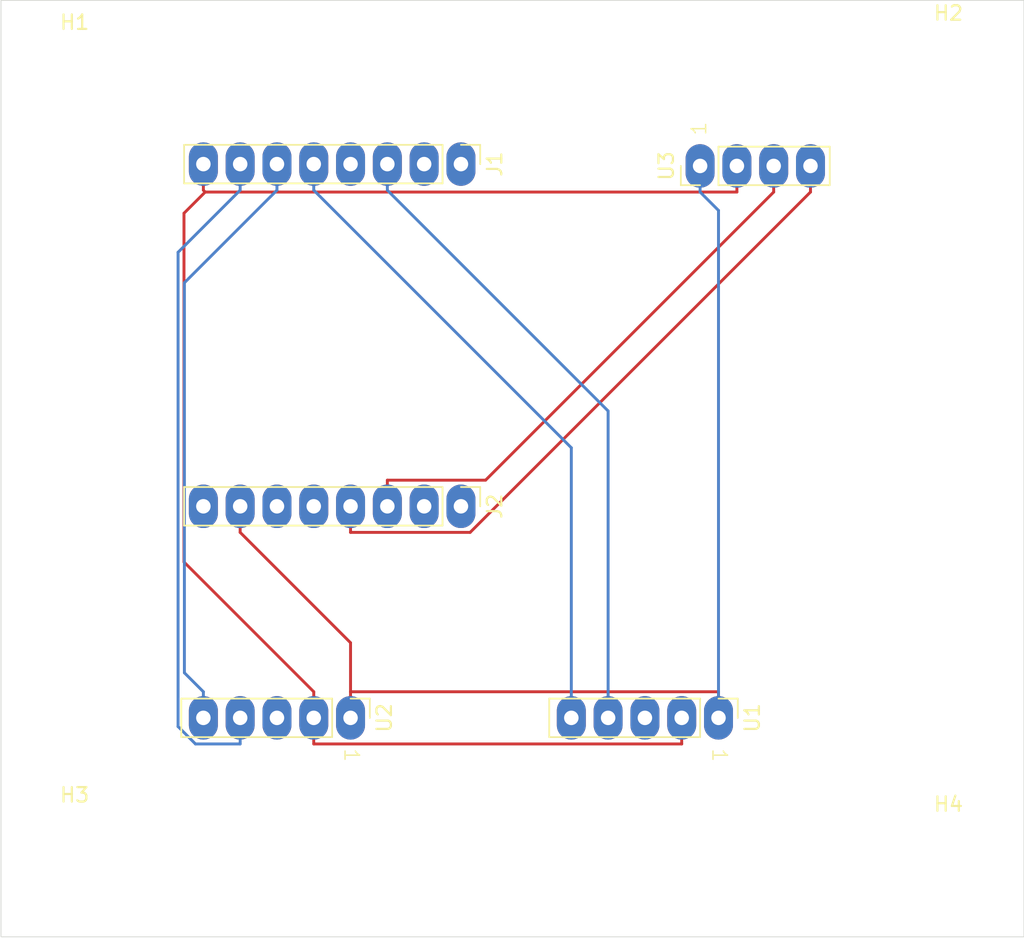
<source format=kicad_pcb>
(kicad_pcb (version 20221018) (generator pcbnew)
  (layers (0 "F.Cu" signal) (31 "B.Cu" signal) (34 "B.Paste" user) (35 "F.Paste" user) (36 "B.SilkS" user "B.Silkscreen") (37 "F.SilkS" user "F.Silkscreen") (38 "B.Mask" user) (39 "F.Mask" user) (44 "Edge.Cuts" user))
  (net 0 "")
  (net 1 "EN")
  (net 2 "IO36")
  (net 3 "IO26")
  (net 4 "IO18")
  (net 5 "IO19")
  (net 6 "IO23")
  (net 7 "IO05")
  (net 8 "+3.3V")
  (net 9 "TXD")
  (net 10 "RXD")
  (net 11 "IO22")
  (net 12 "IO21")
  (net 13 "IO17")
  (net 14 "IO16")
  (net 15 "GND")
  (net 16 "+5V")
  (footprint "MountingHole:MountingHole_3.2mm_M3" (layer "F.Cu") (at 65.405 59.69)
    (fp_text reference "H4" (at 0 -4.2) (layer "F.SilkS"))
    (fp_text value "MountingHole")
    (pad "" np_thru_hole circle (at 0 0) (size 3.2 3.2) (drill 3.2) (layers "*.Cu" "*.Mask"))
  )
  (footprint "MountingHole:MountingHole_3.2mm_M3" (layer "F.Cu") (at 65.405 5.08)
    (fp_text reference "H2" (at 0 -4.2) (layer "F.SilkS"))
    (fp_text value "MountingHole")
    (pad "" np_thru_hole circle (at 0 0) (size 3.2 3.2) (drill 3.2) (layers "*.Cu" "*.Mask"))
  )
  (footprint "AAA_myfootprints:PinHeader_1x04_P2.54mm_Vertical_longpads" (layer "F.Cu") (at 48.26 11.43 90)
    (fp_text reference "U3" (at 0 -2.33 90) (layer "F.SilkS"))
    (fp_text value "~")
    (fp_text user "1" (at 2.032 0.508 90 unlocked) (layer "F.SilkS") (effects (font (thickness 0.1)) (justify left bottom)))
    (fp_line (start -1.33 -1.33) (end 0 -1.33) (stroke (width 0.12)) (layer "F.SilkS"))
    (fp_line (start -1.33 0) (end -1.33 -1.33) (stroke (width 0.12)) (layer "F.SilkS"))
    (fp_line (start -1.33 1.27) (end -1.33 8.95) (stroke (width 0.12)) (layer "F.SilkS"))
    (fp_line (start -1.33 1.27) (end 1.33 1.27) (stroke (width 0.12)) (layer "F.SilkS"))
    (fp_line (start -1.33 8.95) (end 1.33 8.95) (stroke (width 0.12)) (layer "F.SilkS"))
    (fp_line (start 1.33 1.27) (end 1.33 8.95) (stroke (width 0.12)) (layer "F.SilkS"))
    (pad "1" thru_hole oval (at 0 0 90) (size 3 2) (drill 1) (layers "*.Cu" "*.Mask") (net 15 "GND"))
    (pad "2" thru_hole oval (at 0 2.54 90) (size 3 2) (drill 1) (layers "*.Cu" "*.Mask") (net 8 "+3.3V"))
    (pad "3" thru_hole oval (at 0 5.08 90) (size 3 2) (drill 1) (layers "*.Cu" "*.Mask") (net 11 "IO22"))
    (pad "4" thru_hole oval (at 0 7.62 90) (size 3 2) (drill 1) (layers "*.Cu" "*.Mask") (net 12 "IO21"))
  )
  (footprint "MountingHole:MountingHole_3.2mm_M3" (layer "F.Cu") (at 5.08 5.715)
    (fp_text reference "H1" (at 0 -4.2) (layer "F.SilkS"))
    (fp_text value "MountingHole")
    (pad "" np_thru_hole circle (at 0 0) (size 3.2 3.2) (drill 3.2) (layers "*.Cu" "*.Mask"))
  )
  (footprint "AAA_myfootprints:PinHeader_1x08_P2.54mm_Vertical_largepads" (layer "F.Cu") (at 31.75 11.303 -90)
    (fp_text reference "J1" (at 0 -2.33 90) (layer "F.SilkS"))
    (fp_text value "Conn_01x08")
    (fp_line (start -1.33 -1.33) (end 0 -1.33) (stroke (width 0.12)) (layer "F.SilkS"))
    (fp_line (start -1.33 0) (end -1.33 -1.33) (stroke (width 0.12)) (layer "F.SilkS"))
    (fp_line (start -1.33 1.27) (end -1.33 19.11) (stroke (width 0.12)) (layer "F.SilkS"))
    (fp_line (start -1.33 1.27) (end 1.33 1.27) (stroke (width 0.12)) (layer "F.SilkS"))
    (fp_line (start -1.33 19.11) (end 1.33 19.11) (stroke (width 0.12)) (layer "F.SilkS"))
    (fp_line (start 1.33 1.27) (end 1.33 19.11) (stroke (width 0.12)) (layer "F.SilkS"))
    (pad "1" thru_hole oval (at 0 0 270) (size 3 2) (drill 1) (layers "*.Cu" "*.Mask") (net 1 "EN"))
    (pad "2" thru_hole oval (at 0 2.54 270) (size 3 2) (drill 1) (layers "*.Cu" "*.Mask") (net 2 "IO36"))
    (pad "3" thru_hole oval (at 0 5.08 270) (size 3 2) (drill 1) (layers "*.Cu" "*.Mask") (net 3 "IO26"))
    (pad "4" thru_hole oval (at 0 7.62 270) (size 3 2) (drill 1) (layers "*.Cu" "*.Mask") (net 4 "IO18"))
    (pad "5" thru_hole oval (at 0 10.16 270) (size 3 2) (drill 1) (layers "*.Cu" "*.Mask") (net 5 "IO19"))
    (pad "6" thru_hole oval (at 0 12.7 270) (size 3 2) (drill 1) (layers "*.Cu" "*.Mask") (net 6 "IO23"))
    (pad "7" thru_hole oval (at 0 15.24 270) (size 3 2) (drill 1) (layers "*.Cu" "*.Mask") (net 7 "IO05"))
    (pad "8" thru_hole oval (at 0 17.78 270) (size 3 2) (drill 1) (layers "*.Cu" "*.Mask") (net 8 "+3.3V"))
  )
  (footprint "AAA_myfootprints:PinHeader_1x05_P2.54mm_Vertical_largepads" (layer "F.Cu") (at 24.13 49.53 -90)
    (fp_text reference "U2" (at 0 -2.33 90) (layer "F.SilkS"))
    (fp_text value "~")
    (fp_text user "1" (at 2.032 0.508 -90 unlocked) (layer "F.SilkS") (effects (font (thickness 0.1)) (justify left bottom)))
    (fp_line (start -1.33 -1.33) (end 0 -1.33) (stroke (width 0.12)) (layer "F.SilkS"))
    (fp_line (start -1.33 0) (end -1.33 -1.33) (stroke (width 0.12)) (layer "F.SilkS"))
    (fp_line (start -1.33 1.27) (end -1.33 11.684) (stroke (width 0.12)) (layer "F.SilkS"))
    (fp_line (start -1.33 1.27) (end 1.33 1.27) (stroke (width 0.12)) (layer "F.SilkS"))
    (fp_line (start -1.33 11.684) (end 1.33 11.684) (stroke (width 0.12)) (layer "F.SilkS"))
    (fp_line (start 1.33 1.27) (end 1.33 11.684) (stroke (width 0.12)) (layer "F.SilkS"))
    (pad "1" thru_hole oval (at 0 0 270) (size 3 2) (drill 1) (layers "*.Cu" "*.Mask") (net 15 "GND"))
    (pad "2" thru_hole oval (at 0 2.54 270) (size 3 2) (drill 1) (layers "*.Cu" "*.Mask") (net 8 "+3.3V"))
    (pad "3" thru_hole oval (at 0 5.08 270) (size 3 2) (drill 1) (layers "*.Cu" "*.Mask"))
    (pad "4" thru_hole oval (at 0 7.62 270) (size 3 2) (drill 1) (layers "*.Cu" "*.Mask") (net 7 "IO05"))
    (pad "5" thru_hole oval (at 0 10.16 270) (size 3 2) (drill 1) (layers "*.Cu" "*.Mask") (net 6 "IO23"))
  )
  (footprint "AAA_myfootprints:PinHeader_1x08_P2.54mm_Vertical_largepads" (layer "F.Cu") (at 31.75 34.925 -90)
    (fp_text reference "J2" (at 0 -2.33 90) (layer "F.SilkS"))
    (fp_text value "Conn_01x08")
    (fp_line (start -1.33 -1.33) (end 0 -1.33) (stroke (width 0.12)) (layer "F.SilkS"))
    (fp_line (start -1.33 0) (end -1.33 -1.33) (stroke (width 0.12)) (layer "F.SilkS"))
    (fp_line (start -1.33 1.27) (end -1.33 19.11) (stroke (width 0.12)) (layer "F.SilkS"))
    (fp_line (start -1.33 1.27) (end 1.33 1.27) (stroke (width 0.12)) (layer "F.SilkS"))
    (fp_line (start -1.33 19.11) (end 1.33 19.11) (stroke (width 0.12)) (layer "F.SilkS"))
    (fp_line (start 1.33 1.27) (end 1.33 19.11) (stroke (width 0.12)) (layer "F.SilkS"))
    (pad "1" thru_hole oval (at 0 0 270) (size 3 2) (drill 1) (layers "*.Cu" "*.Mask") (net 9 "TXD"))
    (pad "2" thru_hole oval (at 0 2.54 270) (size 3 2) (drill 1) (layers "*.Cu" "*.Mask") (net 10 "RXD"))
    (pad "3" thru_hole oval (at 0 5.08 270) (size 3 2) (drill 1) (layers "*.Cu" "*.Mask") (net 11 "IO22"))
    (pad "4" thru_hole oval (at 0 7.62 270) (size 3 2) (drill 1) (layers "*.Cu" "*.Mask") (net 12 "IO21"))
    (pad "5" thru_hole oval (at 0 10.16 270) (size 3 2) (drill 1) (layers "*.Cu" "*.Mask") (net 13 "IO17"))
    (pad "6" thru_hole oval (at 0 12.7 270) (size 3 2) (drill 1) (layers "*.Cu" "*.Mask") (net 14 "IO16"))
    (pad "7" thru_hole oval (at 0 15.24 270) (size 3 2) (drill 1) (layers "*.Cu" "*.Mask") (net 15 "GND"))
    (pad "8" thru_hole oval (at 0 17.78 270) (size 3 2) (drill 1) (layers "*.Cu" "*.Mask") (net 16 "+5V"))
  )
  (footprint "AAA_myfootprints:PinHeader_1x05_P2.54mm_Vertical_largepads" (layer "F.Cu") (at 49.53 49.53 -90)
    (fp_text reference "U1" (at 0 -2.33 90) (layer "F.SilkS"))
    (fp_text value "~")
    (fp_text user "1" (at 2.032 0.508 -90 unlocked) (layer "F.SilkS") (effects (font (thickness 0.1)) (justify left bottom)))
    (fp_line (start -1.33 -1.33) (end 0 -1.33) (stroke (width 0.12)) (layer "F.SilkS"))
    (fp_line (start -1.33 0) (end -1.33 -1.33) (stroke (width 0.12)) (layer "F.SilkS"))
    (fp_line (start -1.33 1.27) (end -1.33 11.684) (stroke (width 0.12)) (layer "F.SilkS"))
    (fp_line (start -1.33 1.27) (end 1.33 1.27) (stroke (width 0.12)) (layer "F.SilkS"))
    (fp_line (start -1.33 11.684) (end 1.33 11.684) (stroke (width 0.12)) (layer "F.SilkS"))
    (fp_line (start 1.33 1.27) (end 1.33 11.684) (stroke (width 0.12)) (layer "F.SilkS"))
    (pad "1" thru_hole oval (at 0 0 270) (size 3 2) (drill 1) (layers "*.Cu" "*.Mask") (net 15 "GND"))
    (pad "2" thru_hole oval (at 0 2.54 270) (size 3 2) (drill 1) (layers "*.Cu" "*.Mask") (net 8 "+3.3V"))
    (pad "3" thru_hole oval (at 0 5.08 270) (size 3 2) (drill 1) (layers "*.Cu" "*.Mask"))
    (pad "4" thru_hole oval (at 0 7.62 270) (size 3 2) (drill 1) (layers "*.Cu" "*.Mask") (net 3 "IO26"))
    (pad "5" thru_hole oval (at 0 10.16 270) (size 3 2) (drill 1) (layers "*.Cu" "*.Mask") (net 5 "IO19"))
  )
  (footprint "MountingHole:MountingHole_3.2mm_M3" (layer "F.Cu") (at 5.08 59.055)
    (fp_text reference "H3" (at 0 -4.2) (layer "F.SilkS"))
    (fp_text value "MountingHole")
    (pad "" np_thru_hole circle (at 0 0) (size 3.2 3.2) (drill 3.2) (layers "*.Cu" "*.Mask"))
  )
  (gr_rect (start 0 0) (end 70.612 64.643) (stroke (width 0.05)) (fill none) (layer "Edge.Cuts"))
  (segment (start 41.91 28.3449) (end 26.67 13.1049) (width 0.2) (layer "B.Cu") (net 3))
  (segment (start 26.67 11.303) (end 26.67 13.1049) (width 0.2) (layer "B.Cu") (net 3))
  (segment (start 41.91 49.53) (end 41.91 28.3449) (width 0.2) (layer "B.Cu") (net 3))
  (segment (start 39.37 30.8849) (end 39.37 49.53) (width 0.2) (layer "B.Cu") (net 5))
  (segment (start 21.59 11.303) (end 21.59 13.1049) (width 0.2) (layer "B.Cu") (net 5))
  (segment (start 21.59 13.1049) (end 39.37 30.8849) (width 0.2) (layer "B.Cu") (net 5))
  (segment (start 13.97 47.7281) (end 12.6603 46.4184) (width 0.2) (layer "B.Cu") (net 6))
  (segment (start 13.97 49.53) (end 13.97 47.7281) (width 0.2) (layer "B.Cu") (net 6))
  (segment (start 12.6603 46.4184) (end 12.6603 19.4946) (width 0.2) (layer "B.Cu") (net 6))
  (segment (start 12.6603 19.4946) (end 19.05 13.1049) (width 0.2) (layer "B.Cu") (net 6))
  (segment (start 19.05 11.303) (end 19.05 13.1049) (width 0.2) (layer "B.Cu") (net 6))
  (segment (start 12.2238 50.1296) (end 12.2238 17.3911) (width 0.2) (layer "B.Cu") (net 7))
  (segment (start 12.2238 17.3911) (end 16.51 13.1049) (width 0.2) (layer "B.Cu") (net 7))
  (segment (start 13.4261 51.3319) (end 12.2238 50.1296) (width 0.2) (layer "B.Cu") (net 7))
  (segment (start 16.51 11.303) (end 16.51 13.1049) (width 0.2) (layer "B.Cu") (net 7))
  (segment (start 16.51 51.3319) (end 13.4261 51.3319) (width 0.2) (layer "B.Cu") (net 7))
  (segment (start 16.51 49.53) (end 16.51 51.3319) (width 0.2) (layer "B.Cu") (net 7))
  (segment (start 21.59 47.7281) (end 12.6318 38.7699) (width 0.2) (layer "F.Cu") (net 8))
  (segment (start 13.97 13.1049) (end 14.097 13.2319) (width 0.2) (layer "F.Cu") (net 8))
  (segment (start 12.6318 38.7699) (end 12.6318 14.6971) (width 0.2) (layer "F.Cu") (net 8))
  (segment (start 13.97 11.303) (end 13.97 13.1049) (width 0.2) (layer "F.Cu") (net 8))
  (segment (start 50.8 11.43) (end 50.8 13.2319) (width 0.2) (layer "F.Cu") (net 8))
  (segment (start 21.59 49.53) (end 21.59 51.3319) (width 0.2) (layer "F.Cu") (net 8))
  (segment (start 14.097 13.2319) (end 50.8 13.2319) (width 0.2) (layer "F.Cu") (net 8))
  (segment (start 21.59 49.53) (end 21.59 47.7281) (width 0.2) (layer "F.Cu") (net 8))
  (segment (start 46.99 51.3319) (end 21.59 51.3319) (width 0.2) (layer "F.Cu") (net 8))
  (segment (start 12.6318 14.6971) (end 14.097 13.2319) (width 0.2) (layer "F.Cu") (net 8))
  (segment (start 46.99 49.53) (end 46.99 51.3319) (width 0.2) (layer "F.Cu") (net 8))
  (segment (start 53.34 11.43) (end 53.34 13.2319) (width 0.2) (layer "F.Cu") (net 11))
  (segment (start 33.4488 33.1231) (end 53.34 13.2319) (width 0.2) (layer "F.Cu") (net 11))
  (segment (start 26.67 34.925) (end 26.67 33.1231) (width 0.2) (layer "F.Cu") (net 11))
  (segment (start 26.67 33.1231) (end 33.4488 33.1231) (width 0.2) (layer "F.Cu") (net 11))
  (segment (start 24.13 36.7269) (end 32.385 36.7269) (width 0.2) (layer "F.Cu") (net 12))
  (segment (start 24.13 34.925) (end 24.13 36.7269) (width 0.2) (layer "F.Cu") (net 12))
  (segment (start 32.385 36.7269) (end 55.88 13.2319) (width 0.2) (layer "F.Cu") (net 12))
  (segment (start 55.88 11.43) (end 55.88 13.2319) (width 0.2) (layer "F.Cu") (net 12))
  (segment (start 49.53 47.7281) (end 24.13 47.7281) (width 0.2) (layer "F.Cu") (net 15))
  (segment (start 49.53 49.53) (end 49.53 47.7281) (width 0.2) (layer "F.Cu") (net 15))
  (segment (start 24.13 47.7281) (end 24.13 44.3469) (width 0.2) (layer "F.Cu") (net 15))
  (segment (start 24.13 49.53) (end 24.13 47.7281) (width 0.2) (layer "F.Cu") (net 15))
  (segment (start 16.51 34.925) (end 16.51 36.7269) (width 0.2) (layer "F.Cu") (net 15))
  (segment (start 24.13 44.3469) (end 16.51 36.7269) (width 0.2) (layer "F.Cu") (net 15))
  (segment (start 48.26 11.43) (end 48.26 13.2319) (width 0.2) (layer "B.Cu") (net 15))
  (segment (start 49.53 49.53) (end 49.53 14.5019) (width 0.2) (layer "B.Cu") (net 15))
  (segment (start 49.53 14.5019) (end 48.26 13.2319) (width 0.2) (layer "B.Cu") (net 15))
)
</source>
